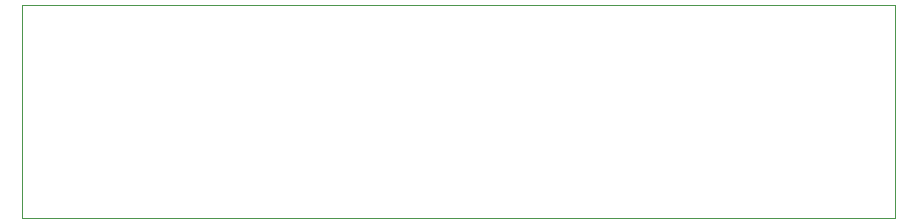
<source format=gm1>
G04 #@! TF.GenerationSoftware,KiCad,Pcbnew,5.1.5*
G04 #@! TF.CreationDate,2020-10-25T06:02:43-04:00*
G04 #@! TF.ProjectId,NanoX,4e616e6f-582e-46b6-9963-61645f706362,rev?*
G04 #@! TF.SameCoordinates,Original*
G04 #@! TF.FileFunction,Profile,NP*
%FSLAX46Y46*%
G04 Gerber Fmt 4.6, Leading zero omitted, Abs format (unit mm)*
G04 Created by KiCad (PCBNEW 5.1.5) date 2020-10-25 06:02:43*
%MOMM*%
%LPD*%
G04 APERTURE LIST*
%ADD10C,0.050000*%
G04 APERTURE END LIST*
D10*
X180162200Y-102616000D02*
X180162200Y-84582000D01*
X149707600Y-102616000D02*
X180162200Y-102616000D01*
X149707600Y-84582000D02*
X180162200Y-84582000D01*
X106273600Y-84607400D02*
X106299000Y-84607400D01*
X106273600Y-102641400D02*
X106273600Y-84607400D01*
X149707600Y-102616000D02*
X106273600Y-102641400D01*
X106299000Y-84607400D02*
X149707600Y-84582000D01*
M02*

</source>
